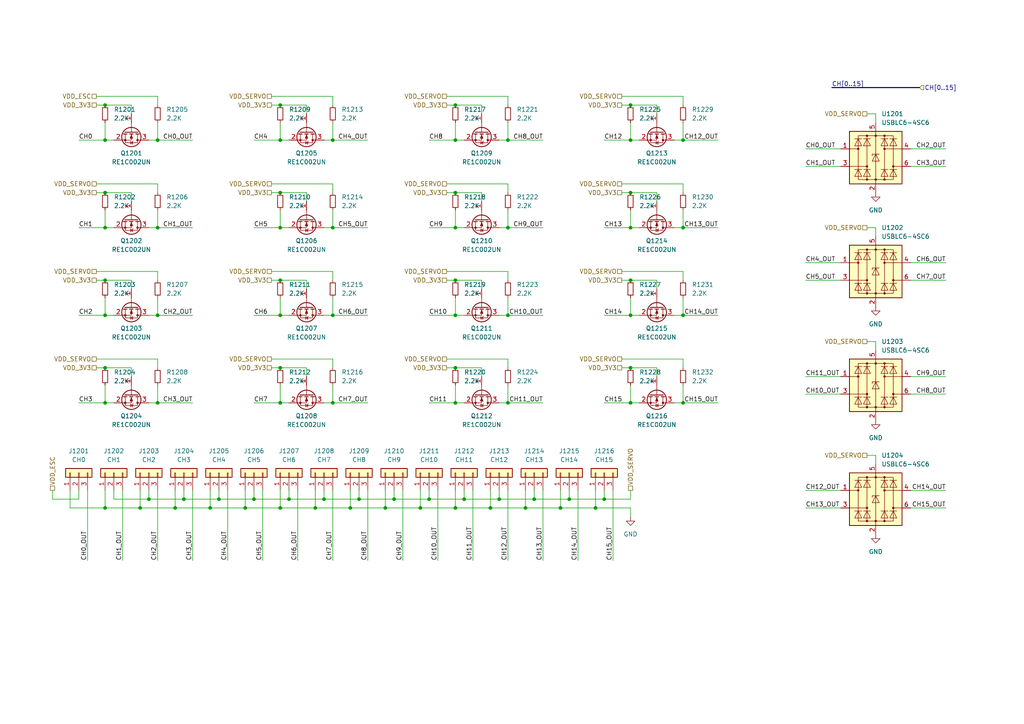
<source format=kicad_sch>
(kicad_sch (version 20230121) (generator eeschema)
  (paper "A4")
  (title_block (title "Avionus_Flight_Controller") (date "2023-11-25") (rev "1.0"))
  (lib_symbols
    (symbol "Connector_Generic:Conn_01x03" (pin_names (offset 1.016) hide)
      (property "Reference" "J" (at 0 5.08 0))
      (property "Value" "Conn_01x03" (at 0 -5.08 0))
      (symbol "Conn_01x03_1_1"
        (rectangle (start -1.27 -2.413) (end 0 -2.667) (stroke (width 0.1524)))
        (rectangle (start -1.27 0.127) (end 0 -0.127) (stroke (width 0.1524)))
        (rectangle (start -1.27 2.667) (end 0 2.413) (stroke (width 0.1524)))
        (rectangle (start -1.27 3.81) (end 1.27 -3.81) (stroke (width 0.254)) (fill (type background)))
        (pin passive line (at -5.08 2.54 0) (length 3.81) (name "Pin_1") (number "1"))
        (pin passive line (at -5.08 0 0) (length 3.81) (name "Pin_2") (number "2"))
        (pin passive line (at -5.08 -2.54 0) (length 3.81) (name "Pin_3") (number "3"))
      )
    )
    (symbol "Device:Q_NMOS_GSD" (pin_names (offset 0) hide)
      (property "Reference" "Q" (at 5.08 1.27 0))
      (property "Value" "Q_NMOS_GSD" (at 5.08 -1.27 0))
      (symbol "Q_NMOS_GSD_0_1"
        (polyline (pts (xy 0.254 0) (xy -2.54 0)))
        (polyline (pts (xy 0.254 1.905) (xy 0.254 -1.905)) (stroke (width 0.254)))
        (polyline (pts (xy 0.762 -1.27) (xy 0.762 -2.286)) (stroke (width 0.254)))
        (polyline (pts (xy 0.762 0.508) (xy 0.762 -0.508)) (stroke (width 0.254)))
        (polyline (pts (xy 0.762 2.286) (xy 0.762 1.27)) (stroke (width 0.254)))
        (polyline (pts (xy 2.54 2.54) (xy 2.54 1.778)))
        (polyline (pts (xy 2.54 -2.54) (xy 2.54 0) (xy 0.762 0)))
        (polyline (pts (xy 0.762 -1.778) (xy 3.302 -1.778) (xy 3.302 1.778) (xy 0.762 1.778)))
        (polyline (pts (xy 1.016 0) (xy 2.032 0.381) (xy 2.032 -0.381) (xy 1.016 0)) (fill (type outline)))
        (polyline (pts (xy 2.794 0.508) (xy 2.921 0.381) (xy 3.683 0.381) (xy 3.81 0.254)))
        (polyline (pts (xy 3.302 0.381) (xy 2.921 -0.254) (xy 3.683 -0.254) (xy 3.302 0.381)))
        (circle (center 1.651 0) (radius 2.794) (stroke (width 0.254)))
        (circle (center 2.54 -1.778) (radius 0.254) (fill (type outline)))
        (circle (center 2.54 1.778) (radius 0.254) (fill (type outline)))
      )
      (symbol "Q_NMOS_GSD_1_1"
        (pin input line (at -5.08 0 0) (length 2.54) (name "G") (number "1"))
        (pin passive line (at 2.54 -5.08 90) (length 2.54) (name "S") (number "2"))
        (pin passive line (at 2.54 5.08 270) (length 2.54) (name "D") (number "3"))
      )
    )
    (symbol "Device:R_Small" (pin_numbers hide) (pin_names (offset 0.254) hide)
      (property "Reference" "R" (at 0.762 0.508 0))
      (property "Value" "R_Small" (at 0.762 -1.016 0))
      (symbol "R_Small_0_1"
        (rectangle (start -0.762 1.778) (end 0.762 -1.778) (stroke (width 0.2032)))
      )
      (symbol "R_Small_1_1"
        (pin passive line (at 0 2.54 270) (length 0.762) (name "~") (number "1"))
        (pin passive line (at 0 -2.54 90) (length 0.762) (name "~") (number "2"))
      )
    )
    (symbol "Power_Protection:USBLC6-4SC6" (pin_names hide)
      (property "Reference" "U" (at 2.54 8.89 0))
      (property "Value" "USBLC6-4SC6" (at 2.54 -8.89 0))
      (symbol "USBLC6-4SC6_0_1"
        (rectangle (start -7.62 -7.62) (end 7.62 7.62) (stroke (width 0.254)) (fill (type background)))
        (circle (center -5.08 2.54) (radius 0.254) (fill (type outline)))
        (circle (center -2.54 -6.35) (radius 0.254) (fill (type outline)))
        (circle (center -2.54 -2.54) (radius 0.254) (fill (type outline)))
        (circle (center -2.54 6.35) (radius 0.254) (fill (type outline)))
        (rectangle (start -2.54 6.35) (end 2.54 -6.35))
        (circle (center 0 -6.35) (radius 0.254) (fill (type outline)))
        (polyline (pts (xy -5.08 2.54) (xy -7.62 2.54)))
        (polyline (pts (xy -4.064 -3.429) (xy -6.096 -3.429)))
        (polyline (pts (xy -4.064 5.461) (xy -6.096 5.461)))
        (polyline (pts (xy -2.54 -2.54) (xy -7.62 -2.54)))
        (polyline (pts (xy -1.524 -3.429) (xy -3.556 -3.429)))
        (polyline (pts (xy -1.524 5.461) (xy -3.556 5.461)))
        (polyline (pts (xy 0 -7.62) (xy 0 -6.35)))
        (polyline (pts (xy 0 -6.35) (xy 0 1.27)))
        (polyline (pts (xy 0 1.27) (xy 0 6.35)))
        (polyline (pts (xy 0 6.35) (xy 0 7.62)))
        (polyline (pts (xy 1.524 -3.429) (xy 3.556 -3.429)))
        (polyline (pts (xy 1.524 5.461) (xy 3.556 5.461)))
        (polyline (pts (xy 2.54 2.54) (xy 7.62 2.54)))
        (polyline (pts (xy 4.064 -3.429) (xy 6.096 -3.429)))
        (polyline (pts (xy 4.064 5.461) (xy 6.096 5.461)))
        (polyline (pts (xy 5.08 -2.54) (xy 7.62 -2.54)))
        (polyline (pts (xy -6.096 -5.461) (xy -4.064 -5.461) (xy -5.08 -3.429) (xy -6.096 -5.461)))
        (polyline (pts (xy -6.096 3.429) (xy -4.064 3.429) (xy -5.08 5.461) (xy -6.096 3.429)))
        (polyline (pts (xy -3.556 -5.461) (xy -1.524 -5.461) (xy -2.54 -3.429) (xy -3.556 -5.461)))
        (polyline (pts (xy -3.556 3.429) (xy -1.524 3.429) (xy -2.54 5.461) (xy -3.556 3.429)))
        (polyline (pts (xy -2.54 6.35) (xy -5.08 6.35) (xy -5.08 -6.35) (xy -2.54 -6.35)))
        (polyline (pts (xy -1.016 -1.016) (xy 1.016 -1.016) (xy 0 1.016) (xy -1.016 -1.016)))
        (polyline (pts (xy 1.016 1.016) (xy 0.762 1.016) (xy -1.016 1.016) (xy -1.016 0.508)))
        (polyline (pts (xy 2.54 6.35) (xy 5.08 6.35) (xy 5.08 -6.35) (xy 2.54 -6.35)))
        (polyline (pts (xy 3.556 -5.461) (xy 1.524 -5.461) (xy 2.54 -3.429) (xy 3.556 -5.461)))
        (polyline (pts (xy 3.556 3.429) (xy 1.524 3.429) (xy 2.54 5.461) (xy 3.556 3.429)))
        (polyline (pts (xy 6.096 -5.461) (xy 4.064 -5.461) (xy 5.08 -3.429) (xy 6.096 -5.461)))
        (polyline (pts (xy 6.096 3.429) (xy 4.064 3.429) (xy 5.08 5.461) (xy 6.096 3.429)))
        (circle (center 0 6.35) (radius 0.254) (fill (type outline)))
        (circle (center 2.54 -6.35) (radius 0.254) (fill (type outline)))
        (circle (center 2.54 2.54) (radius 0.254) (fill (type outline)))
        (circle (center 2.54 6.35) (radius 0.254) (fill (type outline)))
        (circle (center 5.08 -2.54) (radius 0.254) (fill (type outline)))
      )
      (symbol "USBLC6-4SC6_1_1"
        (pin passive line (at -10.16 2.54 0) (length 2.54) (name "I/O1") (number "1"))
        (pin passive line (at 0 -10.16 90) (length 2.54) (name "GND") (number "2"))
        (pin passive line (at -10.16 -2.54 0) (length 2.54) (name "I/O2") (number "3"))
        (pin passive line (at 10.16 2.54 180) (length 2.54) (name "I/O3") (number "4"))
        (pin passive line (at 0 10.16 270) (length 2.54) (name "VBUS") (number "5"))
        (pin passive line (at 10.16 -2.54 180) (length 2.54) (name "I/O4") (number "6"))
      )
    )
    (symbol "power:GND" (power) (pin_names (offset 0))
      (property "Value" "GND" (at 0 -3.81 0))
      (symbol "GND_0_1"
        (polyline (pts (xy 0 0) (xy 0 -1.27) (xy 1.27 -1.27) (xy 0 -2.54) (xy -1.27 -1.27) (xy 0 -1.27)))
      )
      (symbol "GND_1_1"
        (pin power_in line (at 0 0 270) (length 0) hide (name "GND") (number "1"))
      )
    )
  )
  (junction (at 96.52 66.04))
  (junction (at 144.78 144.78))
  (junction (at 81.28 30.48))
  (junction (at 147.32 116.84))
  (junction (at 165.1 144.78))
  (junction (at 91.44 147.32))
  (junction (at 81.28 147.32))
  (junction (at 30.48 40.64))
  (junction (at 81.28 91.44))
  (junction (at 93.98 144.78))
  (junction (at 132.08 147.32))
  (junction (at 182.88 30.48))
  (junction (at 147.32 91.44))
  (junction (at 83.82 144.78))
  (junction (at 132.08 91.44))
  (junction (at 182.88 91.44))
  (junction (at 198.12 116.84))
  (junction (at 182.88 106.68))
  (junction (at 96.52 40.64))
  (junction (at 30.48 116.84))
  (junction (at 101.6 147.32))
  (junction (at 53.34 144.78))
  (junction (at 182.88 81.28))
  (junction (at 30.48 106.68))
  (junction (at 132.08 40.64))
  (junction (at 132.08 66.04))
  (junction (at 198.12 91.44))
  (junction (at 43.18 144.78))
  (junction (at 114.3 144.78))
  (junction (at 147.32 66.04))
  (junction (at 132.08 116.84))
  (junction (at 96.52 91.44))
  (junction (at 30.48 81.28))
  (junction (at 121.92 147.32))
  (junction (at 81.28 66.04))
  (junction (at 198.12 66.04))
  (junction (at 152.4 147.32))
  (junction (at 124.46 144.78))
  (junction (at 132.08 30.48))
  (junction (at 50.8 147.32))
  (junction (at 60.96 147.32))
  (junction (at 30.48 147.32))
  (junction (at 182.88 116.84))
  (junction (at 162.56 147.32))
  (junction (at 81.28 55.88))
  (junction (at 71.12 147.32))
  (junction (at 40.64 147.32))
  (junction (at 30.48 30.48))
  (junction (at 81.28 106.68))
  (junction (at 132.08 55.88))
  (junction (at 182.88 40.64))
  (junction (at 45.72 116.84))
  (junction (at 132.08 81.28))
  (junction (at 175.26 144.78))
  (junction (at 45.72 66.04))
  (junction (at 172.72 147.32))
  (junction (at 198.12 40.64))
  (junction (at 134.62 144.78))
  (junction (at 45.72 40.64))
  (junction (at 30.48 91.44))
  (junction (at 182.88 66.04))
  (junction (at 96.52 116.84))
  (junction (at 182.88 55.88))
  (junction (at 104.14 144.78))
  (junction (at 132.08 106.68))
  (junction (at 111.76 147.32))
  (junction (at 142.24 147.32))
  (junction (at 147.32 40.64))
  (junction (at 30.48 55.88))
  (junction (at 30.48 66.04))
  (junction (at 154.94 144.78))
  (junction (at 45.72 91.44))
  (junction (at 81.28 81.28))
  (junction (at 81.28 40.64))
  (junction (at 73.66 144.78))
  (junction (at 81.28 116.84))
  (junction (at 63.5 144.78))
  (wire (pts (xy 78.74 30.48) (xy 81.28 30.48)))
  (wire (pts (xy 180.34 55.88) (xy 182.88 55.88)))
  (wire (pts (xy 30.48 35.56) (xy 30.48 40.64)))
  (wire (pts (xy 180.34 27.94) (xy 198.12 27.94)))
  (wire (pts (xy 96.52 40.64) (xy 106.68 40.64)))
  (wire (pts (xy 233.68 109.22) (xy 243.84 109.22)))
  (wire (pts (xy 45.72 91.44) (xy 55.88 91.44)))
  (wire (pts (xy 129.54 55.88) (xy 132.08 55.88)))
  (wire (pts (xy 81.28 147.32) (xy 71.12 147.32)))
  (wire (pts (xy 132.08 35.56) (xy 132.08 40.64)))
  (wire (pts (xy 152.4 147.32) (xy 162.56 147.32)))
  (wire (pts (xy 129.54 53.34) (xy 147.32 53.34)))
  (wire (pts (xy 83.82 144.78) (xy 93.98 144.78)))
  (wire (pts (xy 198.12 91.44) (xy 195.58 91.44)))
  (wire (pts (xy 129.54 81.28) (xy 132.08 81.28)))
  (wire (pts (xy 104.14 144.78) (xy 114.3 144.78)))
  (wire (pts (xy 132.08 147.32) (xy 132.08 142.24)))
  (wire (pts (xy 139.7 55.88) (xy 132.08 55.88)))
  (wire (pts (xy 96.52 116.84) (xy 106.68 116.84)))
  (wire (pts (xy 40.64 147.32) (xy 30.48 147.32)))
  (wire (pts (xy 264.16 43.18) (xy 274.32 43.18)))
  (wire (pts (xy 139.7 58.42) (xy 139.7 55.88)))
  (wire (pts (xy 165.1 144.78) (xy 175.26 144.78)))
  (wire (pts (xy 88.9 58.42) (xy 88.9 55.88)))
  (wire (pts (xy 129.54 106.68) (xy 132.08 106.68)))
  (wire (pts (xy 45.72 86.36) (xy 45.72 91.44)))
  (wire (pts (xy 22.86 144.78) (xy 22.86 142.24)))
  (wire (pts (xy 175.26 91.44) (xy 182.88 91.44)))
  (wire (pts (xy 147.32 86.36) (xy 147.32 91.44)))
  (wire (pts (xy 175.26 40.64) (xy 182.88 40.64)))
  (wire (pts (xy 55.88 162.56) (xy 55.88 142.24)))
  (wire (pts (xy 198.12 66.04) (xy 195.58 66.04)))
  (wire (pts (xy 190.5 33.02) (xy 190.5 30.48)))
  (wire (pts (xy 233.68 81.28) (xy 243.84 81.28)))
  (wire (pts (xy 162.56 147.32) (xy 172.72 147.32)))
  (wire (pts (xy 139.7 109.22) (xy 139.7 106.68)))
  (wire (pts (xy 27.94 81.28) (xy 30.48 81.28)))
  (wire (pts (xy 264.16 48.26) (xy 274.32 48.26)))
  (wire (pts (xy 198.12 66.04) (xy 208.28 66.04)))
  (wire (pts (xy 27.94 104.14) (xy 45.72 104.14)))
  (wire (pts (xy 53.34 144.78) (xy 53.34 142.24)))
  (wire (pts (xy 182.88 60.96) (xy 182.88 66.04)))
  (wire (pts (xy 43.18 144.78) (xy 33.02 144.78)))
  (wire (pts (xy 190.5 30.48) (xy 182.88 30.48)))
  (wire (pts (xy 147.32 78.74) (xy 147.32 81.28)))
  (wire (pts (xy 93.98 144.78) (xy 93.98 142.24)))
  (wire (pts (xy 142.24 147.32) (xy 142.24 142.24)))
  (wire (pts (xy 251.46 66.04) (xy 254 66.04)))
  (wire (pts (xy 30.48 147.32) (xy 30.48 142.24)))
  (wire (pts (xy 233.68 114.3) (xy 243.84 114.3)))
  (wire (pts (xy 73.66 40.64) (xy 81.28 40.64)))
  (wire (pts (xy 101.6 147.32) (xy 91.44 147.32)))
  (wire (pts (xy 81.28 40.64) (xy 83.82 40.64)))
  (wire (pts (xy 22.86 66.04) (xy 30.48 66.04)))
  (wire (pts (xy 96.52 86.36) (xy 96.52 91.44)))
  (wire (pts (xy 162.56 147.32) (xy 162.56 142.24)))
  (wire (pts (xy 45.72 53.34) (xy 45.72 55.88)))
  (wire (pts (xy 45.72 40.64) (xy 55.88 40.64)))
  (wire (pts (xy 264.16 147.32) (xy 274.32 147.32)))
  (wire (pts (xy 182.88 91.44) (xy 185.42 91.44)))
  (wire (pts (xy 147.32 53.34) (xy 147.32 55.88)))
  (wire (pts (xy 129.54 104.14) (xy 147.32 104.14)))
  (wire (pts (xy 38.1 55.88) (xy 30.48 55.88)))
  (wire (pts (xy 139.7 33.02) (xy 139.7 30.48)))
  (wire (pts (xy 78.74 27.94) (xy 96.52 27.94)))
  (wire (pts (xy 254 99.06) (xy 254 101.6)))
  (wire (pts (xy 251.46 132.08) (xy 254 132.08)))
  (wire (pts (xy 132.08 40.64) (xy 134.62 40.64)))
  (wire (pts (xy 71.12 147.32) (xy 60.96 147.32)))
  (wire (pts (xy 104.14 144.78) (xy 104.14 142.24)))
  (wire (pts (xy 180.34 30.48) (xy 182.88 30.48)))
  (wire (pts (xy 147.32 162.56) (xy 147.32 142.24)))
  (wire (pts (xy 147.32 40.64) (xy 144.78 40.64)))
  (wire (pts (xy 43.18 142.24) (xy 43.18 144.78)))
  (wire (pts (xy 147.32 111.76) (xy 147.32 116.84)))
  (wire (pts (xy 175.26 66.04) (xy 182.88 66.04)))
  (wire (pts (xy 27.94 27.94) (xy 45.72 27.94)))
  (wire (pts (xy 73.66 91.44) (xy 81.28 91.44)))
  (wire (pts (xy 45.72 27.94) (xy 45.72 30.48)))
  (wire (pts (xy 88.9 83.82) (xy 88.9 81.28)))
  (wire (pts (xy 38.1 30.48) (xy 30.48 30.48)))
  (wire (pts (xy 38.1 81.28) (xy 30.48 81.28)))
  (wire (pts (xy 88.9 109.22) (xy 88.9 106.68)))
  (wire (pts (xy 101.6 147.32) (xy 101.6 142.24)))
  (wire (pts (xy 182.88 142.24) (xy 182.88 144.78)))
  (wire (pts (xy 116.84 162.56) (xy 116.84 142.24)))
  (wire (pts (xy 134.62 144.78) (xy 144.78 144.78)))
  (wire (pts (xy 167.64 162.56) (xy 167.64 142.24)))
  (wire (pts (xy 254 33.02) (xy 254 35.56)))
  (wire (pts (xy 96.52 104.14) (xy 96.52 106.68)))
  (wire (pts (xy 182.88 111.76) (xy 182.88 116.84)))
  (wire (pts (xy 147.32 35.56) (xy 147.32 40.64)))
  (wire (pts (xy 22.86 91.44) (xy 30.48 91.44)))
  (wire (pts (xy 30.48 40.64) (xy 33.02 40.64)))
  (wire (pts (xy 22.86 40.64) (xy 30.48 40.64)))
  (wire (pts (xy 45.72 78.74) (xy 45.72 81.28)))
  (wire (pts (xy 45.72 35.56) (xy 45.72 40.64)))
  (wire (pts (xy 147.32 91.44) (xy 157.48 91.44)))
  (wire (pts (xy 132.08 147.32) (xy 121.92 147.32)))
  (wire (pts (xy 15.24 144.78) (xy 22.86 144.78)))
  (wire (pts (xy 124.46 116.84) (xy 132.08 116.84)))
  (wire (pts (xy 96.52 111.76) (xy 96.52 116.84)))
  (wire (pts (xy 198.12 60.96) (xy 198.12 66.04)))
  (wire (pts (xy 15.24 142.24) (xy 15.24 144.78)))
  (wire (pts (xy 124.46 144.78) (xy 134.62 144.78)))
  (wire (pts (xy 121.92 147.32) (xy 121.92 142.24)))
  (wire (pts (xy 233.68 147.32) (xy 243.84 147.32)))
  (wire (pts (xy 264.16 109.22) (xy 274.32 109.22)))
  (wire (pts (xy 40.64 147.32) (xy 40.64 142.24)))
  (wire (pts (xy 96.52 78.74) (xy 96.52 81.28)))
  (wire (pts (xy 254 132.08) (xy 254 134.62)))
  (wire (pts (xy 264.16 114.3) (xy 274.32 114.3)))
  (wire (pts (xy 78.74 104.14) (xy 96.52 104.14)))
  (wire (pts (xy 88.9 30.48) (xy 81.28 30.48)))
  (wire (pts (xy 144.78 144.78) (xy 144.78 142.24)))
  (wire (pts (xy 121.92 147.32) (xy 111.76 147.32)))
  (wire (pts (xy 73.66 66.04) (xy 81.28 66.04)))
  (wire (pts (xy 91.44 147.32) (xy 91.44 142.24)))
  (wire (pts (xy 139.7 83.82) (xy 139.7 81.28)))
  (wire (pts (xy 78.74 78.74) (xy 96.52 78.74)))
  (wire (pts (xy 76.2 162.56) (xy 76.2 142.24)))
  (wire (pts (xy 139.7 81.28) (xy 132.08 81.28)))
  (wire (pts (xy 66.04 162.56) (xy 66.04 142.24)))
  (wire (pts (xy 114.3 144.78) (xy 114.3 142.24)))
  (wire (pts (xy 78.74 106.68) (xy 81.28 106.68)))
  (wire (pts (xy 81.28 66.04) (xy 83.82 66.04)))
  (wire (pts (xy 233.68 48.26) (xy 243.84 48.26)))
  (wire (pts (xy 27.94 55.88) (xy 30.48 55.88)))
  (wire (pts (xy 88.9 55.88) (xy 81.28 55.88)))
  (wire (pts (xy 190.5 83.82) (xy 190.5 81.28)))
  (bus (pts (xy 241.3 25.4) (xy 266.7 25.4)))
  (wire (pts (xy 45.72 116.84) (xy 55.88 116.84)))
  (wire (pts (xy 96.52 27.94) (xy 96.52 30.48)))
  (wire (pts (xy 30.48 116.84) (xy 33.02 116.84)))
  (wire (pts (xy 132.08 116.84) (xy 134.62 116.84)))
  (wire (pts (xy 96.52 91.44) (xy 93.98 91.44)))
  (wire (pts (xy 96.52 66.04) (xy 106.68 66.04)))
  (wire (pts (xy 63.5 144.78) (xy 73.66 144.78)))
  (wire (pts (xy 180.34 78.74) (xy 198.12 78.74)))
  (wire (pts (xy 106.68 162.56) (xy 106.68 142.24)))
  (wire (pts (xy 139.7 30.48) (xy 132.08 30.48)))
  (wire (pts (xy 60.96 147.32) (xy 60.96 142.24)))
  (wire (pts (xy 96.52 91.44) (xy 106.68 91.44)))
  (wire (pts (xy 96.52 35.56) (xy 96.52 40.64)))
  (wire (pts (xy 134.62 144.78) (xy 134.62 142.24)))
  (wire (pts (xy 30.48 147.32) (xy 20.32 147.32)))
  (wire (pts (xy 132.08 86.36) (xy 132.08 91.44)))
  (wire (pts (xy 180.34 53.34) (xy 198.12 53.34)))
  (wire (pts (xy 45.72 116.84) (xy 43.18 116.84)))
  (wire (pts (xy 198.12 104.14) (xy 198.12 106.68)))
  (wire (pts (xy 45.72 111.76) (xy 45.72 116.84)))
  (wire (pts (xy 147.32 116.84) (xy 157.48 116.84)))
  (wire (pts (xy 177.8 162.56) (xy 177.8 142.24)))
  (wire (pts (xy 111.76 147.32) (xy 111.76 142.24)))
  (wire (pts (xy 147.32 91.44) (xy 144.78 91.44)))
  (wire (pts (xy 45.72 40.64) (xy 43.18 40.64)))
  (wire (pts (xy 50.8 147.32) (xy 40.64 147.32)))
  (wire (pts (xy 198.12 53.34) (xy 198.12 55.88)))
  (wire (pts (xy 182.88 35.56) (xy 182.88 40.64)))
  (wire (pts (xy 254 66.04) (xy 254 68.58)))
  (wire (pts (xy 38.1 109.22) (xy 38.1 106.68)))
  (wire (pts (xy 81.28 147.32) (xy 81.28 142.24)))
  (wire (pts (xy 198.12 27.94) (xy 198.12 30.48)))
  (wire (pts (xy 198.12 35.56) (xy 198.12 40.64)))
  (wire (pts (xy 147.32 116.84) (xy 144.78 116.84)))
  (wire (pts (xy 233.68 142.24) (xy 243.84 142.24)))
  (wire (pts (xy 30.48 111.76) (xy 30.48 116.84)))
  (wire (pts (xy 30.48 60.96) (xy 30.48 66.04)))
  (wire (pts (xy 175.26 116.84) (xy 182.88 116.84)))
  (wire (pts (xy 22.86 116.84) (xy 30.48 116.84)))
  (wire (pts (xy 73.66 144.78) (xy 73.66 142.24)))
  (wire (pts (xy 45.72 66.04) (xy 43.18 66.04)))
  (wire (pts (xy 27.94 78.74) (xy 45.72 78.74)))
  (wire (pts (xy 182.88 149.86) (xy 182.88 147.32)))
  (wire (pts (xy 172.72 147.32) (xy 172.72 142.24)))
  (wire (pts (xy 86.36 162.56) (xy 86.36 142.24)))
  (wire (pts (xy 233.68 43.18) (xy 243.84 43.18)))
  (wire (pts (xy 147.32 40.64) (xy 157.48 40.64)))
  (wire (pts (xy 147.32 27.94) (xy 147.32 30.48)))
  (wire (pts (xy 182.88 40.64) (xy 185.42 40.64)))
  (wire (pts (xy 38.1 58.42) (xy 38.1 55.88)))
  (wire (pts (xy 45.72 60.96) (xy 45.72 66.04)))
  (wire (pts (xy 132.08 66.04) (xy 134.62 66.04)))
  (wire (pts (xy 190.5 109.22) (xy 190.5 106.68)))
  (wire (pts (xy 96.52 60.96) (xy 96.52 66.04)))
  (wire (pts (xy 139.7 106.68) (xy 132.08 106.68)))
  (wire (pts (xy 137.16 162.56) (xy 137.16 142.24)))
  (wire (pts (xy 96.52 162.56) (xy 96.52 142.24)))
  (wire (pts (xy 147.32 60.96) (xy 147.32 66.04)))
  (wire (pts (xy 71.12 147.32) (xy 71.12 142.24)))
  (wire (pts (xy 147.32 66.04) (xy 144.78 66.04)))
  (wire (pts (xy 264.16 142.24) (xy 274.32 142.24)))
  (wire (pts (xy 129.54 78.74) (xy 147.32 78.74)))
  (wire (pts (xy 73.66 144.78) (xy 83.82 144.78)))
  (wire (pts (xy 124.46 66.04) (xy 132.08 66.04)))
  (wire (pts (xy 198.12 86.36) (xy 198.12 91.44)))
  (wire (pts (xy 111.76 147.32) (xy 101.6 147.32)))
  (wire (pts (xy 147.32 66.04) (xy 157.48 66.04)))
  (wire (pts (xy 63.5 144.78) (xy 63.5 142.24)))
  (wire (pts (xy 175.26 144.78) (xy 175.26 142.24)))
  (wire (pts (xy 154.94 144.78) (xy 165.1 144.78)))
  (wire (pts (xy 198.12 116.84) (xy 195.58 116.84)))
  (wire (pts (xy 129.54 30.48) (xy 132.08 30.48)))
  (wire (pts (xy 180.34 81.28) (xy 182.88 81.28)))
  (wire (pts (xy 38.1 33.02) (xy 38.1 30.48)))
  (wire (pts (xy 132.08 111.76) (xy 132.08 116.84)))
  (wire (pts (xy 127 162.56) (xy 127 142.24)))
  (wire (pts (xy 88.9 81.28) (xy 81.28 81.28)))
  (wire (pts (xy 165.1 144.78) (xy 165.1 142.24)))
  (wire (pts (xy 81.28 60.96) (xy 81.28 66.04)))
  (wire (pts (xy 198.12 40.64) (xy 208.28 40.64)))
  (wire (pts (xy 33.02 144.78) (xy 33.02 142.24)))
  (wire (pts (xy 81.28 91.44) (xy 83.82 91.44)))
  (wire (pts (xy 233.68 76.2) (xy 243.84 76.2)))
  (wire (pts (xy 96.52 40.64) (xy 93.98 40.64)))
  (wire (pts (xy 147.32 104.14) (xy 147.32 106.68)))
  (wire (pts (xy 81.28 86.36) (xy 81.28 91.44)))
  (wire (pts (xy 124.46 144.78) (xy 124.46 142.24)))
  (wire (pts (xy 198.12 111.76) (xy 198.12 116.84)))
  (wire (pts (xy 60.96 147.32) (xy 50.8 147.32)))
  (wire (pts (xy 190.5 55.88) (xy 182.88 55.88)))
  (wire (pts (xy 30.48 86.36) (xy 30.48 91.44)))
  (wire (pts (xy 45.72 66.04) (xy 55.88 66.04)))
  (wire (pts (xy 157.48 162.56) (xy 157.48 142.24)))
  (wire (pts (xy 45.72 91.44) (xy 43.18 91.44)))
  (wire (pts (xy 190.5 81.28) (xy 182.88 81.28)))
  (wire (pts (xy 180.34 106.68) (xy 182.88 106.68)))
  (wire (pts (xy 264.16 81.28) (xy 274.32 81.28)))
  (wire (pts (xy 251.46 33.02) (xy 254 33.02)))
  (wire (pts (xy 43.18 144.78) (xy 53.34 144.78)))
  (wire (pts (xy 154.94 144.78) (xy 154.94 142.24)))
  (wire (pts (xy 25.4 162.56) (xy 25.4 142.24)))
  (wire (pts (xy 198.12 40.64) (xy 195.58 40.64)))
  (wire (pts (xy 182.88 147.32) (xy 172.72 147.32)))
  (wire (pts (xy 175.26 144.78) (xy 182.88 144.78)))
  (wire (pts (xy 91.44 147.32) (xy 81.28 147.32)))
  (wire (pts (xy 88.9 33.02) (xy 88.9 30.48)))
  (wire (pts (xy 152.4 147.32) (xy 152.4 142.24)))
  (wire (pts (xy 50.8 147.32) (xy 50.8 142.24)))
  (wire (pts (xy 27.94 106.68) (xy 30.48 106.68)))
  (wire (pts (xy 182.88 66.04) (xy 185.42 66.04)))
  (wire (pts (xy 129.54 27.94) (xy 147.32 27.94)))
  (wire (pts (xy 198.12 91.44) (xy 208.28 91.44)))
  (wire (pts (xy 182.88 86.36) (xy 182.88 91.44)))
  (wire (pts (xy 124.46 40.64) (xy 132.08 40.64)))
  (wire (pts (xy 182.88 116.84) (xy 185.42 116.84)))
  (wire (pts (xy 96.52 66.04) (xy 93.98 66.04)))
  (wire (pts (xy 38.1 83.82) (xy 38.1 81.28)))
  (wire (pts (xy 190.5 106.68) (xy 182.88 106.68)))
  (wire (pts (xy 78.74 53.34) (xy 96.52 53.34)))
  (wire (pts (xy 93.98 144.78) (xy 104.14 144.78)))
  (wire (pts (xy 114.3 144.78) (xy 124.46 144.78)))
  (wire (pts (xy 264.16 76.2) (xy 274.32 76.2)))
  (wire (pts (xy 132.08 147.32) (xy 142.24 147.32)))
  (wire (pts (xy 73.66 116.84) (xy 81.28 116.84)))
  (wire (pts (xy 190.5 58.42) (xy 190.5 55.88)))
  (wire (pts (xy 30.48 66.04) (xy 33.02 66.04)))
  (wire (pts (xy 81.28 35.56) (xy 81.28 40.64)))
  (wire (pts (xy 30.48 91.44) (xy 33.02 91.44)))
  (wire (pts (xy 27.94 53.34) (xy 45.72 53.34)))
  (wire (pts (xy 198.12 78.74) (xy 198.12 81.28)))
  (wire (pts (xy 53.34 144.78) (xy 63.5 144.78)))
  (wire (pts (xy 38.1 106.68) (xy 30.48 106.68)))
  (wire (pts (xy 88.9 106.68) (xy 81.28 106.68)))
  (wire (pts (xy 180.34 104.14) (xy 198.12 104.14)))
  (wire (pts (xy 96.52 53.34) (xy 96.52 55.88)))
  (wire (pts (xy 20.32 147.32) (xy 20.32 142.24)))
  (wire (pts (xy 27.94 30.48) (xy 30.48 30.48)))
  (wire (pts (xy 83.82 144.78) (xy 83.82 142.24)))
  (wire (pts (xy 81.28 116.84) (xy 83.82 116.84)))
  (wire (pts (xy 251.46 99.06) (xy 254 99.06)))
  (wire (pts (xy 35.56 162.56) (xy 35.56 142.24)))
  (wire (pts (xy 132.08 91.44) (xy 134.62 91.44)))
  (wire (pts (xy 124.46 91.44) (xy 132.08 91.44)))
  (wire (pts (xy 96.52 116.84) (xy 93.98 116.84)))
  (wire (pts (xy 78.74 55.88) (xy 81.28 55.88)))
  (wire (pts (xy 198.12 116.84) (xy 208.28 116.84)))
  (wire (pts (xy 132.08 60.96) (xy 132.08 66.04)))
  (wire (pts (xy 144.78 144.78) (xy 154.94 144.78)))
  (wire (pts (xy 78.74 81.28) (xy 81.28 81.28)))
  (wire (pts (xy 45.72 162.56) (xy 45.72 142.24)))
  (wire (pts (xy 45.72 104.14) (xy 45.72 106.68)))
  (wire (pts (xy 81.28 111.76) (xy 81.28 116.84)))
  (wire (pts (xy 142.24 147.32) (xy 152.4 147.32)))
  (label "CH14" (at 175.26 91.44 0))
  (label "CH6_OUT" (at 106.68 91.44 180))
  (label "CH3_OUT" (at 55.88 116.84 180))
  (label "CH1" (at 22.86 66.04 0))
  (label "CH7_OUT" (at 106.68 116.84 180))
  (label "CH12_OUT" (at 233.68 142.24 0))
  (label "CH9" (at 124.46 66.04 0))
  (label "CH14_OUT" (at 208.28 91.44 180))
  (label "CH10_OUT" (at 127 162.56 90))
  (label "CH11_OUT" (at 137.16 162.56 90))
  (label "CH8_OUT" (at 106.68 162.56 90))
  (label "CH0_OUT" (at 55.88 40.64 180))
  (label "CH13_OUT" (at 208.28 66.04 180))
  (label "CH14_OUT" (at 167.64 162.56 90))
  (label "CH9_OUT" (at 116.84 162.56 90))
  (label "CH12_OUT" (at 147.32 162.56 90))
  (label "CH14_OUT" (at 274.32 142.24 180))
  (label "CH8_OUT" (at 157.48 40.64 180))
  (label "CH9_OUT" (at 274.32 109.22 180))
  (label "CH12_OUT" (at 208.28 40.64 180))
  (label "CH5" (at 73.66 66.04 0))
  (label "CH6_OUT" (at 86.36 162.56 90))
  (label "CH6_OUT" (at 274.32 76.2 180))
  (label "CH1_OUT" (at 55.88 66.04 180))
  (label "CH4_OUT" (at 66.04 162.56 90))
  (label "CH13" (at 175.26 66.04 0))
  (label "CH15_OUT" (at 177.8 162.56 90))
  (label "CH0_OUT" (at 25.4 162.56 90))
  (label "CH11_OUT" (at 233.68 109.22 0))
  (label "CH10" (at 124.46 91.44 0))
  (label "CH3_OUT" (at 55.88 162.56 90))
  (label "CH2_OUT" (at 55.88 91.44 180))
  (label "CH1_OUT" (at 35.56 162.56 90))
  (label "CH7" (at 73.66 116.84 0))
  (label "CH15_OUT" (at 274.32 147.32 180))
  (label "CH12" (at 175.26 40.64 0))
  (label "CH5_OUT" (at 76.2 162.56 90))
  (label "CH7_OUT" (at 274.32 81.28 180))
  (label "CH10_OUT" (at 157.48 91.44 180))
  (label "CH15" (at 175.26 116.84 0))
  (label "CH13_OUT" (at 157.48 162.56 90))
  (label "CH11" (at 124.46 116.84 0))
  (label "CH15_OUT" (at 208.28 116.84 180))
  (label "CH0" (at 22.86 40.64 0))
  (label "CH4" (at 73.66 40.64 0))
  (label "CH[0..15]" (at 241.3 25.4 0))
  (label "CH13_OUT" (at 233.68 147.32 0))
  (label "CH5_OUT" (at 106.68 66.04 180))
  (label "CH8_OUT" (at 274.32 114.3 180))
  (label "CH1_OUT" (at 233.68 48.26 0))
  (label "CH2_OUT" (at 274.32 43.18 180))
  (label "CH2_OUT" (at 45.72 162.56 90))
  (label "CH8" (at 124.46 40.64 0))
  (label "CH4_OUT" (at 233.68 76.2 0))
  (label "CH3_OUT" (at 274.32 48.26 180))
  (label "CH0_OUT" (at 233.68 43.18 0))
  (label "CH6" (at 73.66 91.44 0))
  (label "CH2" (at 22.86 91.44 0))
  (label "CH9_OUT" (at 157.48 66.04 180))
  (label "CH5_OUT" (at 233.68 81.28 0))
  (label "CH7_OUT" (at 96.52 162.56 90))
  (label "CH3" (at 22.86 116.84 0))
  (label "CH4_OUT" (at 106.68 40.64 180))
  (label "CH11_OUT" (at 157.48 116.84 180))
  (label "CH10_OUT" (at 233.68 114.3 0))
  (hierarchical_label "VDD_SERVO" (shape passive) (at 27.94 104.14 180))
  (hierarchical_label "VDD_3V3" (shape passive) (at 180.34 30.48 180))
  (hierarchical_label "VDD_SERVO" (shape passive) (at 251.46 66.04 180))
  (hierarchical_label "VDD_SERVO" (shape passive) (at 180.34 78.74 180))
  (hierarchical_label "VDD_ESC" (shape passive) (at 15.24 142.24 90))
  (hierarchical_label "VDD_3V3" (shape passive) (at 180.34 106.68 180))
  (hierarchical_label "VDD_SERVO" (shape passive) (at 78.74 53.34 180))
  (hierarchical_label "VDD_SERVO" (shape passive) (at 180.34 104.14 180))
  (hierarchical_label "VDD_3V3" (shape passive) (at 27.94 81.28 180))
  (hierarchical_label "CH[0..15]" (shape input) (at 266.7 25.4 0))
  (hierarchical_label "VDD_ESC" (shape passive) (at 27.94 27.94 180))
  (hierarchical_label "VDD_SERVO" (shape passive) (at 180.34 27.94 180))
  (hierarchical_label "VDD_3V3" (shape passive) (at 78.74 106.68 180))
  (hierarchical_label "VDD_3V3" (shape passive) (at 27.94 30.48 180))
  (hierarchical_label "VDD_3V3" (shape passive) (at 129.54 81.28 180))
  (hierarchical_label "VDD_SERVO" (shape passive) (at 182.88 142.24 90))
  (hierarchical_label "VDD_3V3" (shape passive) (at 78.74 30.48 180))
  (hierarchical_label "VDD_SERVO" (shape passive) (at 78.74 27.94 180))
  (hierarchical_label "VDD_3V3" (shape passive) (at 78.74 81.28 180))
  (hierarchical_label "VDD_SERVO" (shape passive) (at 129.54 78.74 180))
  (hierarchical_label "VDD_SERVO" (shape passive) (at 129.54 27.94 180))
  (hierarchical_label "VDD_3V3" (shape passive) (at 180.34 55.88 180))
  (hierarchical_label "VDD_3V3" (shape passive) (at 129.54 106.68 180))
  (hierarchical_label "VDD_3V3" (shape passive) (at 27.94 106.68 180))
  (hierarchical_label "VDD_SERVO" (shape passive) (at 251.46 132.08 180))
  (hierarchical_label "VDD_SERVO" (shape passive) (at 251.46 99.06 180))
  (hierarchical_label "VDD_SERVO" (shape passive) (at 78.74 78.74 180))
  (hierarchical_label "VDD_3V3" (shape passive) (at 180.34 81.28 180))
  (hierarchical_label "VDD_3V3" (shape passive) (at 27.94 55.88 180))
  (hierarchical_label "VDD_SERVO" (shape passive) (at 129.54 104.14 180))
  (hierarchical_label "VDD_3V3" (shape passive) (at 129.54 30.48 180))
  (hierarchical_label "VDD_SERVO" (shape passive) (at 78.74 104.14 180))
  (hierarchical_label "VDD_SERVO" (shape passive) (at 27.94 78.74 180))
  (hierarchical_label "VDD_SERVO" (shape passive) (at 180.34 53.34 180))
  (hierarchical_label "VDD_SERVO" (shape passive) (at 27.94 53.34 180))
  (hierarchical_label "VDD_3V3" (shape passive) (at 129.54 55.88 180))
  (hierarchical_label "VDD_SERVO" (shape passive) (at 129.54 53.34 180))
  (hierarchical_label "VDD_3V3" (shape passive) (at 78.74 55.88 180))
  (hierarchical_label "VDD_SERVO" (shape passive) (at 251.46 33.02 180))
  (symbol (lib_id "Connector_Generic:Conn_01x03") (at 63.5 137.16 90) (unit 1)
    (property "Reference" "J1205" (at 63.5 130.81 90))
    (property "Value" "CH4" (at 63.5 133.35 90))
    (property "Footprint" "Connector_PinHeader_2.54mm:PinHeader_1x03_P2.54mm_Vertical" (effects hide))
  )
  (symbol (lib_id "Device:R_Small") (at 30.48 109.22 180) (unit 1)
    (property "Reference" "R1204" (at 33.02 107.95 0) (effects (justify right)))
    (property "Value" "2.2K" (at 33.02 110.49 0) (effects (justify right)))
    (property "Footprint" "Resistor_SMD:R_0805_2012Metric" (effects hide))
  )
  (symbol (lib_id "Device:Q_NMOS_GSD") (at 139.7 38.1 270) (unit 1)
    (property "Reference" "Q1209" (at 139.7 44.45 90))
    (property "Value" "RE1C002UN" (at 139.7 46.99 90))
    (property "Footprint" "Package_TO_SOT_SMD:SOT-416" (effects hide))
  )
  (symbol (lib_id "Device:R_Small") (at 45.72 58.42 180) (unit 1)
    (property "Reference" "R1206" (at 48.26 57.15 0) (effects (justify right)))
    (property "Value" "2.2K" (at 48.26 59.69 0) (effects (justify right)))
    (property "Footprint" "Resistor_SMD:R_0805_2012Metric" (effects hide))
  )
  (symbol (lib_id "Connector_Generic:Conn_01x03") (at 144.78 137.16 90) (unit 1)
    (property "Reference" "J1213" (at 144.78 130.81 90))
    (property "Value" "CH12" (at 144.78 133.35 90))
    (property "Footprint" "Connector_PinHeader_2.54mm:PinHeader_1x03_P2.54mm_Horizontal" (effects hide))
  )
  (symbol (lib_id "Device:R_Small") (at 198.12 58.42 180) (unit 1)
    (property "Reference" "R1230" (at 200.66 57.15 0) (effects (justify right)))
    (property "Value" "2.2K" (at 200.66 59.69 0) (effects (justify right)))
    (property "Footprint" "Resistor_SMD:R_0805_2012Metric" (effects hide))
  )
  (symbol (lib_id "Power_Protection:USBLC6-4SC6") (at 254 45.72 0) (unit 1)
    (property "Reference" "U1201" (at 255.6511 33.02 0) (effects (justify left)))
    (property "Value" "USBLC6-4SC6" (at 255.6511 35.56 0) (effects (justify left)))
    (property "Footprint" "Package_TO_SOT_SMD:SOT-23-6" (effects hide))
    (property "Datasheet" "https://www.st.com/resource/en/datasheet/usblc6-4.pdf" (effects hide))
  )
  (symbol (lib_id "Power_Protection:USBLC6-4SC6") (at 254 78.74 0) (unit 1)
    (property "Reference" "U1202" (at 255.6511 66.04 0) (effects (justify left)))
    (property "Value" "USBLC6-4SC6" (at 255.6511 68.58 0) (effects (justify left)))
    (property "Footprint" "Package_TO_SOT_SMD:SOT-23-6" (effects hide))
    (property "Datasheet" "https://www.st.com/resource/en/datasheet/usblc6-4.pdf" (effects hide))
  )
  (symbol (lib_id "Connector_Generic:Conn_01x03") (at 104.14 137.16 90) (unit 1)
    (property "Reference" "J1209" (at 104.14 130.81 90))
    (property "Value" "CH8" (at 104.14 133.35 90))
    (property "Footprint" "Connector_PinHeader_2.54mm:PinHeader_1x03_P2.54mm_Horizontal" (effects hide))
  )
  (symbol (lib_id "Device:Q_NMOS_GSD") (at 88.9 114.3 270) (unit 1)
    (property "Reference" "Q1208" (at 88.9 120.65 90))
    (property "Value" "RE1C002UN" (at 88.9 123.19 90))
    (property "Footprint" "Package_TO_SOT_SMD:SOT-416" (effects hide))
  )
  (symbol (lib_id "Device:Q_NMOS_GSD") (at 88.9 88.9 270) (unit 1)
    (property "Reference" "Q1207" (at 88.9 95.25 90))
    (property "Value" "RE1C002UN" (at 88.9 97.79 90))
    (property "Footprint" "Package_TO_SOT_SMD:SOT-416" (effects hide))
  )
  (symbol (lib_id "Device:R_Small") (at 96.52 109.22 180) (unit 1)
    (property "Reference" "R1216" (at 99.06 107.95 0) (effects (justify right)))
    (property "Value" "2.2K" (at 99.06 110.49 0) (effects (justify right)))
    (property "Footprint" "Resistor_SMD:R_0805_2012Metric" (effects hide))
  )
  (symbol (lib_id "Device:R_Small") (at 132.08 83.82 180) (unit 1)
    (property "Reference" "R1219" (at 134.62 82.55 0) (effects (justify right)))
    (property "Value" "2.2K" (at 134.62 85.09 0) (effects (justify right)))
    (property "Footprint" "Resistor_SMD:R_0805_2012Metric" (effects hide))
  )
  (symbol (lib_id "Device:Q_NMOS_GSD") (at 38.1 38.1 270) (unit 1)
    (property "Reference" "Q1201" (at 38.1 44.45 90))
    (property "Value" "RE1C002UN" (at 38.1 46.99 90))
    (property "Footprint" "Package_TO_SOT_SMD:SOT-416" (effects hide))
  )
  (symbol (lib_id "Device:Q_NMOS_GSD") (at 190.5 114.3 270) (unit 1)
    (property "Reference" "Q1216" (at 190.5 120.65 90))
    (property "Value" "RE1C002UN" (at 190.5 123.19 90))
    (property "Footprint" "Package_TO_SOT_SMD:SOT-416" (effects hide))
  )
  (symbol (lib_id "Device:R_Small") (at 81.28 33.02 180) (unit 1)
    (property "Reference" "R1209" (at 83.82 31.75 0) (effects (justify right)))
    (property "Value" "2.2K" (at 83.82 34.29 0) (effects (justify right)))
    (property "Footprint" "Resistor_SMD:R_0805_2012Metric" (effects hide))
  )
  (symbol (lib_id "Device:R_Small") (at 96.52 58.42 180) (unit 1)
    (property "Reference" "R1214" (at 99.06 57.15 0) (effects (justify right)))
    (property "Value" "2.2K" (at 99.06 59.69 0) (effects (justify right)))
    (property "Footprint" "Resistor_SMD:R_0805_2012Metric" (effects hide))
  )
  (symbol (lib_id "Device:R_Small") (at 182.88 83.82 180) (unit 1)
    (property "Reference" "R1227" (at 185.42 82.55 0) (effects (justify right)))
    (property "Value" "2.2K" (at 185.42 85.09 0) (effects (justify right)))
    (property "Footprint" "Resistor_SMD:R_0805_2012Metric" (effects hide))
  )
  (symbol (lib_id "Device:R_Small") (at 147.32 58.42 180) (unit 1)
    (property "Reference" "R1222" (at 149.86 57.15 0) (effects (justify right)))
    (property "Value" "2.2K" (at 149.86 59.69 0) (effects (justify right)))
    (property "Footprint" "Resistor_SMD:R_0805_2012Metric" (effects hide))
  )
  (symbol (lib_id "Device:Q_NMOS_GSD") (at 190.5 63.5 270) (unit 1)
    (property "Reference" "Q1214" (at 190.5 69.85 90))
    (property "Value" "RE1C002UN" (at 190.5 72.39 90))
    (property "Footprint" "Package_TO_SOT_SMD:SOT-416" (effects hide))
  )
  (symbol (lib_id "Device:Q_NMOS_GSD") (at 190.5 38.1 270) (unit 1)
    (property "Reference" "Q1213" (at 190.5 44.45 90))
    (property "Value" "RE1C002UN" (at 190.5 46.99 90))
    (property "Footprint" "Package_TO_SOT_SMD:SOT-416" (effects hide))
  )
  (symbol (lib_id "power:GND") (at 254 121.92 0) (unit 1)
    (property "Reference" "#PWR01204" (effects hide))
    (property "Value" "GND" (at 254 127 0))
  )
  (symbol (lib_id "Device:R_Small") (at 132.08 33.02 180) (unit 1)
    (property "Reference" "R1217" (at 134.62 31.75 0) (effects (justify right)))
    (property "Value" "2.2K" (at 134.62 34.29 0) (effects (justify right)))
    (property "Footprint" "Resistor_SMD:R_0805_2012Metric" (effects hide))
  )
  (symbol (lib_id "Device:R_Small") (at 81.28 58.42 180) (unit 1)
    (property "Reference" "R1210" (at 83.82 57.15 0) (effects (justify right)))
    (property "Value" "2.2K" (at 83.82 59.69 0) (effects (justify right)))
    (property "Footprint" "Resistor_SMD:R_0805_2012Metric" (effects hide))
  )
  (symbol (lib_id "Device:R_Small") (at 132.08 58.42 180) (unit 1)
    (property "Reference" "R1218" (at 134.62 57.15 0) (effects (justify right)))
    (property "Value" "2.2K" (at 134.62 59.69 0) (effects (justify right)))
    (property "Footprint" "Resistor_SMD:R_0805_2012Metric" (effects hide))
  )
  (symbol (lib_id "Connector_Generic:Conn_01x03") (at 43.18 137.16 90) (unit 1)
    (property "Reference" "J1203" (at 43.18 130.81 90))
    (property "Value" "CH2" (at 43.18 133.35 90))
    (property "Footprint" "Connector_PinHeader_2.54mm:PinHeader_1x03_P2.54mm_Vertical" (effects hide))
  )
  (symbol (lib_id "Device:R_Small") (at 30.48 58.42 180) (unit 1)
    (property "Reference" "R1202" (at 33.02 57.15 0) (effects (justify right)))
    (property "Value" "2.2K" (at 33.02 59.69 0) (effects (justify right)))
    (property "Footprint" "Resistor_SMD:R_0805_2012Metric" (effects hide))
  )
  (symbol (lib_id "Device:R_Small") (at 96.52 83.82 180) (unit 1)
    (property "Reference" "R1215" (at 99.06 82.55 0) (effects (justify right)))
    (property "Value" "2.2K" (at 99.06 85.09 0) (effects (justify right)))
    (property "Footprint" "Resistor_SMD:R_0805_2012Metric" (effects hide))
  )
  (symbol (lib_id "Device:R_Small") (at 147.32 33.02 180) (unit 1)
    (property "Reference" "R1221" (at 149.86 31.75 0) (effects (justify right)))
    (property "Value" "2.2K" (at 149.86 34.29 0) (effects (justify right)))
    (property "Footprint" "Resistor_SMD:R_0805_2012Metric" (effects hide))
  )
  (symbol (lib_id "Device:Q_NMOS_GSD") (at 88.9 63.5 270) (unit 1)
    (property "Reference" "Q1206" (at 88.9 69.85 90))
    (property "Value" "RE1C002UN" (at 88.9 72.39 90))
    (property "Footprint" "Package_TO_SOT_SMD:SOT-416" (effects hide))
  )
  (symbol (lib_id "power:GND") (at 254 154.94 0) (unit 1)
    (property "Reference" "#PWR01205" (effects hide))
    (property "Value" "GND" (at 254 160.02 0))
  )
  (symbol (lib_id "Device:Q_NMOS_GSD") (at 139.7 88.9 270) (unit 1)
    (property "Reference" "Q1211" (at 139.7 95.25 90))
    (property "Value" "RE1C002UN" (at 139.7 97.79 90))
    (property "Footprint" "Package_TO_SOT_SMD:SOT-416" (effects hide))
  )
  (symbol (lib_id "Device:Q_NMOS_GSD") (at 88.9 38.1 270) (unit 1)
    (property "Reference" "Q1205" (at 88.9 44.45 90))
    (property "Value" "RE1C002UN" (at 88.9 46.99 90))
    (property "Footprint" "Package_TO_SOT_SMD:SOT-416" (effects hide))
  )
  (symbol (lib_id "Device:R_Small") (at 147.32 109.22 180) (unit 1)
    (property "Reference" "R1224" (at 149.86 107.95 0) (effects (justify right)))
    (property "Value" "2.2K" (at 149.86 110.49 0) (effects (justify right)))
    (property "Footprint" "Resistor_SMD:R_0805_2012Metric" (effects hide))
  )
  (symbol (lib_id "Connector_Generic:Conn_01x03") (at 73.66 137.16 90) (unit 1)
    (property "Reference" "J1206" (at 73.66 130.81 90))
    (property "Value" "CH5" (at 73.66 133.35 90))
    (property "Footprint" "Connector_PinHeader_2.54mm:PinHeader_1x03_P2.54mm_Vertical" (effects hide))
  )
  (symbol (lib_id "Device:R_Small") (at 147.32 83.82 180) (unit 1)
    (property "Reference" "R1223" (at 149.86 82.55 0) (effects (justify right)))
    (property "Value" "2.2K" (at 149.86 85.09 0) (effects (justify right)))
    (property "Footprint" "Resistor_SMD:R_0805_2012Metric" (effects hide))
  )
  (symbol (lib_id "Connector_Generic:Conn_01x03") (at 124.46 137.16 90) (unit 1)
    (property "Reference" "J1211" (at 124.46 130.81 90))
    (property "Value" "CH10" (at 124.46 133.35 90))
    (property "Footprint" "Connector_PinHeader_2.54mm:PinHeader_1x03_P2.54mm_Horizontal" (effects hide))
  )
  (symbol (lib_id "Device:R_Small") (at 198.12 109.22 180) (unit 1)
    (property "Reference" "R1232" (at 200.66 107.95 0) (effects (justify right)))
    (property "Value" "2.2K" (at 200.66 110.49 0) (effects (justify right)))
    (property "Footprint" "Resistor_SMD:R_0805_2012Metric" (effects hide))
  )
  (symbol (lib_id "Connector_Generic:Conn_01x03") (at 175.26 137.16 90) (unit 1)
    (property "Reference" "J1216" (at 175.26 130.81 90))
    (property "Value" "CH15" (at 175.26 133.35 90))
    (property "Footprint" "Connector_PinHeader_2.54mm:PinHeader_1x03_P2.54mm_Horizontal" (effects hide))
  )
  (symbol (lib_id "Device:Q_NMOS_GSD") (at 38.1 88.9 270) (unit 1)
    (property "Reference" "Q1203" (at 38.1 95.25 90))
    (property "Value" "RE1C002UN" (at 38.1 97.79 90))
    (property "Footprint" "Package_TO_SOT_SMD:SOT-416" (effects hide))
  )
  (symbol (lib_id "Device:Q_NMOS_GSD") (at 190.5 88.9 270) (unit 1)
    (property "Reference" "Q1215" (at 190.5 95.25 90))
    (property "Value" "RE1C002UN" (at 190.5 97.79 90))
    (property "Footprint" "Package_TO_SOT_SMD:SOT-416" (effects hide))
  )
  (symbol (lib_id "Connector_Generic:Conn_01x03") (at 93.98 137.16 90) (unit 1)
    (property "Reference" "J1208" (at 93.98 130.81 90))
    (property "Value" "CH7" (at 93.98 133.35 90))
    (property "Footprint" "Connector_PinHeader_2.54mm:PinHeader_1x03_P2.54mm_Horizontal" (effects hide))
  )
  (symbol (lib_id "Connector_Generic:Conn_01x03") (at 134.62 137.16 90) (unit 1)
    (property "Reference" "J1212" (at 134.62 130.81 90))
    (property "Value" "CH11" (at 134.62 133.35 90))
    (property "Footprint" "Connector_PinHeader_2.54mm:PinHeader_1x03_P2.54mm_Horizontal" (effects hide))
  )
  (symbol (lib_id "Device:Q_NMOS_GSD") (at 139.7 114.3 270) (unit 1)
    (property "Reference" "Q1212" (at 139.7 120.65 90))
    (property "Value" "RE1C002UN" (at 139.7 123.19 90))
    (property "Footprint" "Package_TO_SOT_SMD:SOT-416" (effects hide))
  )
  (symbol (lib_id "Device:R_Small") (at 45.72 109.22 180) (unit 1)
    (property "Reference" "R1208" (at 48.26 107.95 0) (effects (justify right)))
    (property "Value" "2.2K" (at 48.26 110.49 0) (effects (justify right)))
    (property "Footprint" "Resistor_SMD:R_0805_2012Metric" (effects hide))
  )
  (symbol (lib_id "Connector_Generic:Conn_01x03") (at 83.82 137.16 90) (unit 1)
    (property "Reference" "J1207" (at 83.82 130.81 90))
    (property "Value" "CH6" (at 83.82 133.35 90))
    (property "Footprint" "Connector_PinHeader_2.54mm:PinHeader_1x03_P2.54mm_Horizontal" (effects hide))
  )
  (symbol (lib_id "Device:R_Small") (at 45.72 33.02 180) (unit 1)
    (property "Reference" "R1205" (at 48.26 31.75 0) (effects (justify right)))
    (property "Value" "2.2K" (at 48.26 34.29 0) (effects (justify right)))
    (property "Footprint" "Resistor_SMD:R_0805_2012Metric" (effects hide))
  )
  (symbol (lib_id "Device:R_Small") (at 81.28 83.82 180) (unit 1)
    (property "Reference" "R1211" (at 83.82 82.55 0) (effects (justify right)))
    (property "Value" "2.2K" (at 83.82 85.09 0) (effects (justify right)))
    (property "Footprint" "Resistor_SMD:R_0805_2012Metric" (effects hide))
  )
  (symbol (lib_id "Device:R_Small") (at 198.12 83.82 180) (unit 1)
    (property "Reference" "R1231" (at 200.66 82.55 0) (effects (justify right)))
    (property "Value" "2.2K" (at 200.66 85.09 0) (effects (justify right)))
    (property "Footprint" "Resistor_SMD:R_0805_2012Metric" (effects hide))
  )
  (symbol (lib_id "Connector_Generic:Conn_01x03") (at 114.3 137.16 90) (unit 1)
    (property "Reference" "J1210" (at 114.3 130.81 90))
    (property "Value" "CH9" (at 114.3 133.35 90))
    (property "Footprint" "Connector_PinHeader_2.54mm:PinHeader_1x03_P2.54mm_Horizontal" (effects hide))
  )
  (symbol (lib_id "Device:R_Small") (at 45.72 83.82 180) (unit 1)
    (property "Reference" "R1207" (at 48.26 82.55 0) (effects (justify right)))
    (property "Value" "2.2K" (at 48.26 85.09 0) (effects (justify right)))
    (property "Footprint" "Resistor_SMD:R_0805_2012Metric" (effects hide))
  )
  (symbol (lib_id "Connector_Generic:Conn_01x03") (at 22.86 137.16 90) (unit 1)
    (property "Reference" "J1201" (at 22.86 130.81 90))
    (property "Value" "CH0" (at 22.86 133.35 90))
    (property "Footprint" "Connector_PinHeader_2.54mm:PinHeader_1x03_P2.54mm_Vertical" (effects hide))
  )
  (symbol (lib_id "Connector_Generic:Conn_01x03") (at 53.34 137.16 90) (unit 1)
    (property "Reference" "J1204" (at 53.34 130.81 90))
    (property "Value" "CH3" (at 53.34 133.35 90))
    (property "Footprint" "Connector_PinHeader_2.54mm:PinHeader_1x03_P2.54mm_Vertical" (effects hide))
  )
  (symbol (lib_id "Device:R_Small") (at 182.88 33.02 180) (unit 1)
    (property "Reference" "R1225" (at 185.42 31.75 0) (effects (justify right)))
    (property "Value" "2.2K" (at 185.42 34.29 0) (effects (justify right)))
    (property "Footprint" "Resistor_SMD:R_0805_2012Metric" (effects hide))
  )
  (symbol (lib_id "Device:R_Small") (at 81.28 109.22 180) (unit 1)
    (property "Reference" "R1212" (at 83.82 107.95 0) (effects (justify right)))
    (property "Value" "2.2K" (at 83.82 110.49 0) (effects (justify right)))
    (property "Footprint" "Resistor_SMD:R_0805_2012Metric" (effects hide))
  )
  (symbol (lib_id "Device:R_Small") (at 182.88 58.42 180) (unit 1)
    (property "Reference" "R1226" (at 185.42 57.15 0) (effects (justify right)))
    (property "Value" "2.2K" (at 185.42 59.69 0) (effects (justify right)))
    (property "Footprint" "Resistor_SMD:R_0805_2012Metric" (effects hide))
  )
  (symbol (lib_id "Device:R_Small") (at 182.88 109.22 180) (unit 1)
    (property "Reference" "R1228" (at 185.42 107.95 0) (effects (justify right)))
    (property "Value" "2.2K" (at 185.42 110.49 0) (effects (justify right)))
    (property "Footprint" "Resistor_SMD:R_0805_2012Metric" (effects hide))
  )
  (symbol (lib_id "Device:R_Small") (at 96.52 33.02 180) (unit 1)
    (property "Reference" "R1213" (at 99.06 31.75 0) (effects (justify right)))
    (property "Value" "2.2K" (at 99.06 34.29 0) (effects (justify right)))
    (property "Footprint" "Resistor_SMD:R_0805_2012Metric" (effects hide))
  )
  (symbol (lib_id "Device:Q_NMOS_GSD") (at 139.7 63.5 270) (unit 1)
    (property "Reference" "Q1210" (at 139.7 69.85 90))
    (property "Value" "RE1C002UN" (at 139.7 72.39 90))
    (property "Footprint" "Package_TO_SOT_SMD:SOT-416" (effects hide))
  )
  (symbol (lib_id "Power_Protection:USBLC6-4SC6") (at 254 111.76 0) (unit 1)
    (property "Reference" "U1203" (at 255.6511 99.06 0) (effects (justify left)))
    (property "Value" "USBLC6-4SC6" (at 255.6511 101.6 0) (effects (justify left)))
    (property "Footprint" "Package_TO_SOT_SMD:SOT-23-6" (effects hide))
    (property "Datasheet" "https://www.st.com/resource/en/datasheet/usblc6-4.pdf" (effects hide))
  )
  (symbol (lib_id "Device:R_Small") (at 132.08 109.22 180) (unit 1)
    (property "Reference" "R1220" (at 134.62 107.95 0) (effects (justify right)))
    (property "Value" "2.2K" (at 134.62 110.49 0) (effects (justify right)))
    (property "Footprint" "Resistor_SMD:R_0805_2012Metric" (effects hide))
  )
  (symbol (lib_id "Device:R_Small") (at 30.48 33.02 180) (unit 1)
    (property "Reference" "R1201" (at 33.02 31.75 0) (effects (justify right)))
    (property "Value" "2.2K" (at 33.02 34.29 0) (effects (justify right)))
    (property "Footprint" "Resistor_SMD:R_0805_2012Metric" (effects hide))
  )
  (symbol (lib_id "Connector_Generic:Conn_01x03") (at 154.94 137.16 90) (unit 1)
    (property "Reference" "J1214" (at 154.94 130.81 90))
    (property "Value" "CH13" (at 154.94 133.35 90))
    (property "Footprint" "Connector_PinHeader_2.54mm:PinHeader_1x03_P2.54mm_Horizontal" (effects hide))
  )
  (symbol (lib_id "power:GND") (at 254 88.9 0) (unit 1)
    (property "Reference" "#PWR01203" (effects hide))
    (property "Value" "GND" (at 254 93.98 0))
  )
  (symbol (lib_id "Device:Q_NMOS_GSD") (at 38.1 114.3 270) (unit 1)
    (property "Reference" "Q1204" (at 38.1 120.65 90))
    (property "Value" "RE1C002UN" (at 38.1 123.19 90))
    (property "Footprint" "Package_TO_SOT_SMD:SOT-416" (effects hide))
  )
  (symbol (lib_id "power:GND") (at 254 55.88 0) (unit 1)
    (property "Reference" "#PWR01202" (effects hide))
    (property "Value" "GND" (at 254 60.96 0))
  )
  (symbol (lib_id "Connector_Generic:Conn_01x03") (at 33.02 137.16 90) (unit 1)
    (property "Reference" "J1202" (at 33.02 130.81 90))
    (property "Value" "CH1" (at 33.02 133.35 90))
    (property "Footprint" "Connector_PinHeader_2.54mm:PinHeader_1x03_P2.54mm_Vertical" (effects hide))
  )
  (symbol (lib_id "Device:R_Small") (at 30.48 83.82 180) (unit 1)
    (property "Reference" "R1203" (at 33.02 82.55 0) (effects (justify right)))
    (property "Value" "2.2K" (at 33.02 85.09 0) (effects (justify right)))
    (property "Footprint" "Resistor_SMD:R_0805_2012Metric" (effects hide))
  )
  (symbol (lib_id "Device:R_Small") (at 198.12 33.02 180) (unit 1)
    (property "Reference" "R1229" (at 200.66 31.75 0) (effects (justify right)))
    (property "Value" "2.2K" (at 200.66 34.29 0) (effects (justify right)))
    (property "Footprint" "Resistor_SMD:R_0805_2012Metric" (effects hide))
  )
  (symbol (lib_id "Power_Protection:USBLC6-4SC6") (at 254 144.78 0) (unit 1)
    (property "Reference" "U1204" (at 255.6511 132.08 0) (effects (justify left)))
    (property "Value" "USBLC6-4SC6" (at 255.6511 134.62 0) (effects (justify left)))
    (property "Footprint" "Package_TO_SOT_SMD:SOT-23-6" (effects hide))
    (property "Datasheet" "https://www.st.com/resource/en/datasheet/usblc6-4.pdf" (effects hide))
  )
  (symbol (lib_id "Device:Q_NMOS_GSD") (at 38.1 63.5 270) (unit 1)
    (property "Reference" "Q1202" (at 38.1 69.85 90))
    (property "Value" "RE1C002UN" (at 38.1 72.39 90))
    (property "Footprint" "Package_TO_SOT_SMD:SOT-416" (effects hide))
  )
  (symbol (lib_id "Connector_Generic:Conn_01x03") (at 165.1 137.16 90) (unit 1)
    (property "Reference" "J1215" (at 165.1 130.81 90))
    (property "Value" "CH14" (at 165.1 133.35 90))
    (property "Footprint" "Connector_PinHeader_2.54mm:PinHeader_1x03_P2.54mm_Horizontal" (effects hide))
  )
  (symbol (lib_id "power:GND") (at 182.88 149.86 0) (unit 1)
    (property "Reference" "#PWR01201" (effects hide))
    (property "Value" "GND" (at 182.88 154.94 0))
  )
)
</source>
